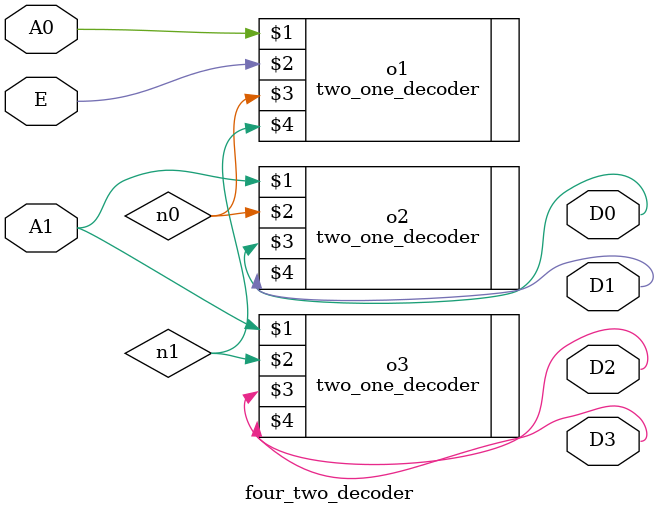
<source format=sv>
`timescale 1ns / 1ps

module four_two_decoder(input logic A0,A1,E, output logic D0,D1,D2,D3 

    );
    logic n0,n1;
    two_one_decoder o1(A0,E,n0,n1);
    two_one_decoder o2(A1,n0,D0,D1);
    two_one_decoder o3(A1,n1,D2,D3);
endmodule

</source>
